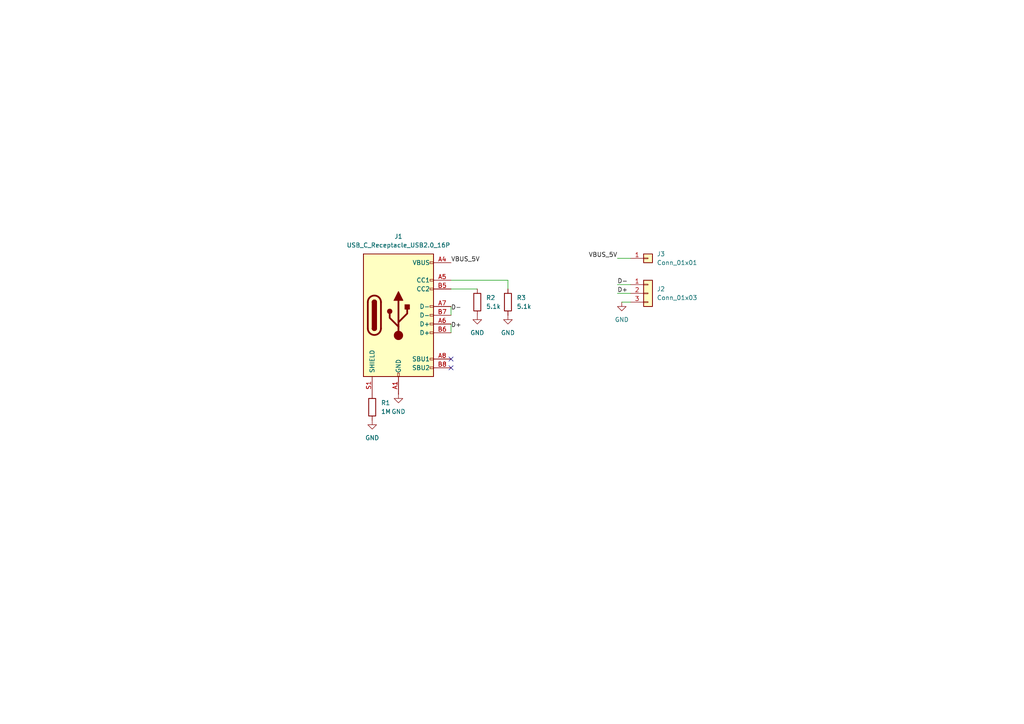
<source format=kicad_sch>
(kicad_sch (version 20250114) (generator "eeschema") (generator_version "9.0")
  (paper "A4")
  (lib_symbols
    (symbol "Connector:USB_C_Receptacle_USB2.0_16P" (pin_names (offset 1.016))
      (property "Reference" "J" (at 0 22.225 0))
      (property "Value" "USB_C_Receptacle_USB2.0_16P" (at 0 19.685 0))
      (symbol "USB_C_Receptacle_USB2.0_16P_0_0"
        (rectangle (start -0.254 -17.78) (end 0.254 -16.764))
        (rectangle (start 10.16 15.494) (end 9.144 14.986))
        (rectangle (start 10.16 10.414) (end 9.144 9.906))
        (rectangle (start 10.16 7.874) (end 9.144 7.366))
        (rectangle (start 10.16 2.794) (end 9.144 2.286))
        (rectangle (start 10.16 0.254) (end 9.144 -0.254))
        (rectangle (start 10.16 -2.286) (end 9.144 -2.794))
        (rectangle (start 10.16 -4.826) (end 9.144 -5.334))
        (rectangle (start 10.16 -12.446) (end 9.144 -12.954))
        (rectangle (start 10.16 -14.986) (end 9.144 -15.494))
      )
      (symbol "USB_C_Receptacle_USB2.0_16P_0_1"
        (rectangle (start -10.16 17.78) (end 10.16 -17.78) (stroke (width 0.254)) (fill (type background)))
        (polyline (pts (xy -8.89 -3.81) (xy -8.89 3.81)) (stroke (width 0.508)))
        (rectangle (start -7.62 -3.81) (end -6.35 3.81) (stroke (width 0.254)) (fill (type outline)))
        (arc (start -7.62 3.81) (mid -6.985 4.4423) (end -6.35 3.81) (stroke (width 0.254)))
        (arc (start -7.62 3.81) (mid -6.985 4.4423) (end -6.35 3.81) (stroke (width 0.254)) (fill (type outline)))
        (arc (start -8.89 3.81) (mid -6.985 5.7067) (end -5.08 3.81) (stroke (width 0.508)))
        (arc (start -5.08 -3.81) (mid -6.985 -5.7067) (end -8.89 -3.81) (stroke (width 0.508)))
        (arc (start -6.35 -3.81) (mid -6.985 -4.4423) (end -7.62 -3.81) (stroke (width 0.254)))
        (arc (start -6.35 -3.81) (mid -6.985 -4.4423) (end -7.62 -3.81) (stroke (width 0.254)) (fill (type outline)))
        (polyline (pts (xy -5.08 3.81) (xy -5.08 -3.81)) (stroke (width 0.508)))
        (circle (center -2.54 1.143) (radius 0.635) (stroke (width 0.254)) (fill (type outline)))
        (polyline (pts (xy -1.27 4.318) (xy 0 6.858) (xy 1.27 4.318) (xy -1.27 4.318)) (stroke (width 0.254)) (fill (type outline)))
        (polyline (pts (xy 0 -2.032) (xy 2.54 0.508) (xy 2.54 1.778)) (stroke (width 0.508)))
        (polyline (pts (xy 0 -3.302) (xy -2.54 -0.762) (xy -2.54 0.508)) (stroke (width 0.508)))
        (polyline (pts (xy 0 -5.842) (xy 0 4.318)) (stroke (width 0.508)))
        (circle (center 0 -5.842) (radius 1.27) (fill (type outline)))
        (rectangle (start 1.905 1.778) (end 3.175 3.048) (stroke (width 0.254)) (fill (type outline)))
      )
      (symbol "USB_C_Receptacle_USB2.0_16P_1_1"
        (pin passive line (at -7.62 -22.86 90) (length 5.08) (name "SHIELD") (number "S1"))
        (pin passive line (at 0 -22.86 90) (length 5.08) (name "GND") (number "A1"))
        (pin passive line (at 0 -22.86 90) (length 5.08) (hide yes) (name "GND") (number "A12"))
        (pin passive line (at 0 -22.86 90) (length 5.08) (hide yes) (name "GND") (number "B1"))
        (pin passive line (at 0 -22.86 90) (length 5.08) (hide yes) (name "GND") (number "B12"))
        (pin passive line (at 15.24 15.24 180) (length 5.08) (name "VBUS") (number "A4"))
        (pin passive line (at 15.24 15.24 180) (length 5.08) (hide yes) (name "VBUS") (number "A9"))
        (pin passive line (at 15.24 15.24 180) (length 5.08) (hide yes) (name "VBUS") (number "B4"))
        (pin passive line (at 15.24 15.24 180) (length 5.08) (hide yes) (name "VBUS") (number "B9"))
        (pin bidirectional line (at 15.24 10.16 180) (length 5.08) (name "CC1") (number "A5"))
        (pin bidirectional line (at 15.24 7.62 180) (length 5.08) (name "CC2") (number "B5"))
        (pin bidirectional line (at 15.24 2.54 180) (length 5.08) (name "D-") (number "A7"))
        (pin bidirectional line (at 15.24 0 180) (length 5.08) (name "D-") (number "B7"))
        (pin bidirectional line (at 15.24 -2.54 180) (length 5.08) (name "D+") (number "A6"))
        (pin bidirectional line (at 15.24 -5.08 180) (length 5.08) (name "D+") (number "B6"))
        (pin bidirectional line (at 15.24 -12.7 180) (length 5.08) (name "SBU1") (number "A8"))
        (pin bidirectional line (at 15.24 -15.24 180) (length 5.08) (name "SBU2") (number "B8"))
      )
    )
    (symbol "Connector_Generic:Conn_01x01" (pin_names (offset 1.016) (hide yes))
      (property "Reference" "J" (at 0 2.54 0))
      (property "Value" "Conn_01x01" (at 0 -2.54 0))
      (symbol "Conn_01x01_1_1"
        (rectangle (start -1.27 1.27) (end 1.27 -1.27) (stroke (width 0.254)) (fill (type background)))
        (rectangle (start -1.27 0.127) (end 0 -0.127) (stroke (width 0.1524)))
        (pin passive line (at -5.08 0 0) (length 3.81) (name "Pin_1") (number "1"))
      )
    )
    (symbol "Connector_Generic:Conn_01x03" (pin_names (offset 1.016) (hide yes))
      (property "Reference" "J" (at 0 5.08 0))
      (property "Value" "Conn_01x03" (at 0 -5.08 0))
      (symbol "Conn_01x03_1_1"
        (rectangle (start -1.27 3.81) (end 1.27 -3.81) (stroke (width 0.254)) (fill (type background)))
        (rectangle (start -1.27 2.667) (end 0 2.413) (stroke (width 0.1524)))
        (rectangle (start -1.27 0.127) (end 0 -0.127) (stroke (width 0.1524)))
        (rectangle (start -1.27 -2.413) (end 0 -2.667) (stroke (width 0.1524)))
        (pin passive line (at -5.08 2.54 0) (length 3.81) (name "Pin_1") (number "1"))
        (pin passive line (at -5.08 0 0) (length 3.81) (name "Pin_2") (number "2"))
        (pin passive line (at -5.08 -2.54 0) (length 3.81) (name "Pin_3") (number "3"))
      )
    )
    (symbol "Device:R" (pin_numbers (hide yes)) (pin_names (offset 0))
      (property "Reference" "R" (at 2.032 0 90))
      (property "Value" "R" (at 0 0 90))
      (symbol "R_0_1"
        (rectangle (start -1.016 -2.54) (end 1.016 2.54) (stroke (width 0.254)))
      )
      (symbol "R_1_1"
        (pin passive line (at 0 3.81 270) (length 1.27) (name "~") (number "1"))
        (pin passive line (at 0 -3.81 90) (length 1.27) (name "~") (number "2"))
      )
    )
    (symbol "power:GND" (power) (pin_numbers (hide yes)) (pin_names (offset 0) (hide yes))
      (property "Value" "GND" (at 0 -3.81 0))
      (symbol "GND_0_1"
        (polyline (pts (xy 0 0) (xy 0 -1.27) (xy 1.27 -1.27) (xy 0 -2.54) (xy -1.27 -1.27) (xy 0 -1.27)))
      )
      (symbol "GND_1_1"
        (pin power_in line (at 0 0 270) (length 0) (name "~") (number "1"))
      )
    )
  )
  (no_connect (at 130.81 104.14))
  (no_connect (at 130.81 106.68))
  (wire (pts (xy 179.07 74.93) (xy 182.88 74.93)))
  (wire (pts (xy 130.81 83.82) (xy 138.43 83.82)))
  (wire (pts (xy 130.81 81.28) (xy 147.32 81.28)))
  (wire (pts (xy 179.07 85.09) (xy 182.88 85.09)))
  (wire (pts (xy 130.81 88.9) (xy 130.81 91.44)))
  (wire (pts (xy 180.34 87.63) (xy 182.88 87.63)))
  (wire (pts (xy 130.81 93.98) (xy 130.81 96.52)))
  (wire (pts (xy 179.07 82.55) (xy 182.88 82.55)))
  (wire (pts (xy 147.32 81.28) (xy 147.32 83.82)))
  (label "D+" (at 179.07 85.09 0))
  (label "D-" (at 179.07 82.55 0))
  (label "VBUS_5V" (at 130.81 76.2 0))
  (label "D-" (at 130.81 90.17 0))
  (label "D+" (at 130.81 95.25 0))
  (label "VBUS_5V" (at 179.07 74.93 180))
  (symbol (lib_id "power:GND") (at 138.43 91.44 0) (unit 1)
    (property "Reference" "#PWR03" (effects (hide yes)))
    (property "Value" "GND" (at 138.43 96.52 0))
    (property "Description" "Power symbol creates a global label with name \"GND\" , ground" (effects (hide yes)))
  )
  (symbol (lib_id "Device:R") (at 147.32 87.63 0) (unit 1)
    (property "Reference" "R3" (at 149.86 86.3599 0) (effects (justify left)))
    (property "Value" "5.1k" (at 149.86 88.8999 0) (effects (justify left)))
    (property "Footprint" "Resistor_SMD:R_0603_1608Metric" (effects (hide yes)))
    (property "Description" "Resistor" (effects (hide yes)))
  )
  (symbol (lib_id "power:GND") (at 115.57 114.3 0) (unit 1)
    (property "Reference" "#PWR02" (effects (hide yes)))
    (property "Value" "GND" (at 115.57 119.38 0))
    (property "Description" "Power symbol creates a global label with name \"GND\" , ground" (effects (hide yes)))
  )
  (symbol (lib_id "power:GND") (at 180.34 87.63 0) (unit 1)
    (property "Reference" "#PWR05" (effects (hide yes)))
    (property "Value" "GND" (at 180.34 92.71 0))
    (property "Description" "Power symbol creates a global label with name \"GND\" , ground" (effects (hide yes)))
  )
  (symbol (lib_id "Connector:USB_C_Receptacle_USB2.0_16P") (at 115.57 91.44 0) (unit 1)
    (property "Reference" "J1" (at 115.57 68.58 0))
    (property "Value" "USB_C_Receptacle_USB2.0_16P" (at 115.57 71.12 0))
    (property "Footprint" "Connector_USB:USB_C_Receptacle_GCT_USB4105-xx-A_16P_TopMnt_Horizontal" (effects (hide yes)))
    (property "Datasheet" "https://www.usb.org/sites/default/files/documents/usb_type-c.zip" (effects (hide yes)))
    (property "Description" "USB 2.0-only 16P Type-C Receptacle connector" (effects (hide yes)))
  )
  (symbol (lib_id "Connector_Generic:Conn_01x03") (at 187.96 85.09 0) (unit 1)
    (property "Reference" "J2" (at 190.5 83.8199 0) (effects (justify left)))
    (property "Value" "Conn_01x03" (at 190.5 86.3599 0) (effects (justify left)))
    (property "Footprint" "Connector_PinHeader_2.54mm:PinHeader_1x03_P2.54mm_Vertical" (effects (hide yes)))
    (property "Description" "Generic connector, single row, 01x03, script generated (kicad-library-utils/schlib/autogen/connector/)" (effects (hide yes)))
  )
  (symbol (lib_id "power:GND") (at 107.95 121.92 0) (unit 1)
    (property "Reference" "#PWR01" (effects (hide yes)))
    (property "Value" "GND" (at 107.95 127 0))
    (property "Description" "Power symbol creates a global label with name \"GND\" , ground" (effects (hide yes)))
  )
  (symbol (lib_id "power:GND") (at 147.32 91.44 0) (unit 1)
    (property "Reference" "#PWR04" (effects (hide yes)))
    (property "Value" "GND" (at 147.32 96.52 0))
    (property "Description" "Power symbol creates a global label with name \"GND\" , ground" (effects (hide yes)))
  )
  (symbol (lib_id "Connector_Generic:Conn_01x01") (at 187.96 74.93 0) (unit 1)
    (property "Reference" "J3" (at 190.5 73.6599 0) (effects (justify left)))
    (property "Value" "Conn_01x01" (at 190.5 76.1999 0) (effects (justify left)))
    (property "Footprint" "Connector_PinHeader_2.54mm:PinHeader_1x01_P2.54mm_Vertical" (effects (hide yes)))
    (property "Description" "Generic connector, single row, 01x01, script generated (kicad-library-utils/schlib/autogen/connector/)" (effects (hide yes)))
  )
  (symbol (lib_id "Device:R") (at 107.95 118.11 0) (unit 1)
    (property "Reference" "R1" (at 110.49 116.8399 0) (effects (justify left)))
    (property "Value" "1M" (at 110.49 119.3799 0) (effects (justify left)))
    (property "Footprint" "Resistor_SMD:R_0603_1608Metric" (effects (hide yes)))
    (property "Description" "Resistor" (effects (hide yes)))
  )
  (symbol (lib_id "Device:R") (at 138.43 87.63 0) (unit 1)
    (property "Reference" "R2" (at 140.97 86.3599 0) (effects (justify left)))
    (property "Value" "5.1k" (at 140.97 88.8999 0) (effects (justify left)))
    (property "Footprint" "Resistor_SMD:R_0603_1608Metric" (effects (hide yes)))
    (property "Description" "Resistor" (effects (hide yes)))
  )
)
</source>
